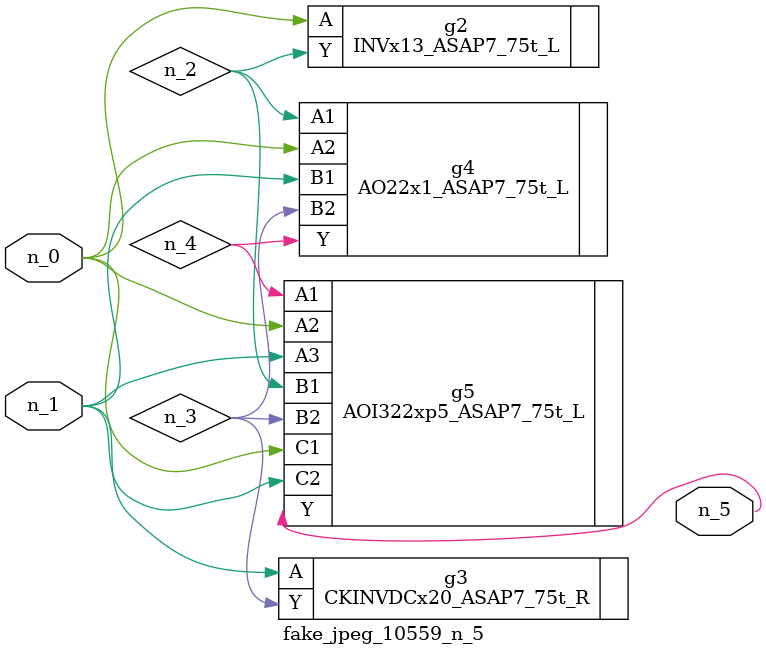
<source format=v>
module fake_jpeg_10559_n_5 (n_0, n_1, n_5);

input n_0;
input n_1;

output n_5;

wire n_3;
wire n_2;
wire n_4;

INVx13_ASAP7_75t_L g2 ( 
.A(n_0),
.Y(n_2)
);

CKINVDCx20_ASAP7_75t_R g3 ( 
.A(n_1),
.Y(n_3)
);

AO22x1_ASAP7_75t_L g4 ( 
.A1(n_2),
.A2(n_0),
.B1(n_1),
.B2(n_3),
.Y(n_4)
);

AOI322xp5_ASAP7_75t_L g5 ( 
.A1(n_4),
.A2(n_0),
.A3(n_1),
.B1(n_2),
.B2(n_3),
.C1(n_0),
.C2(n_1),
.Y(n_5)
);


endmodule
</source>
